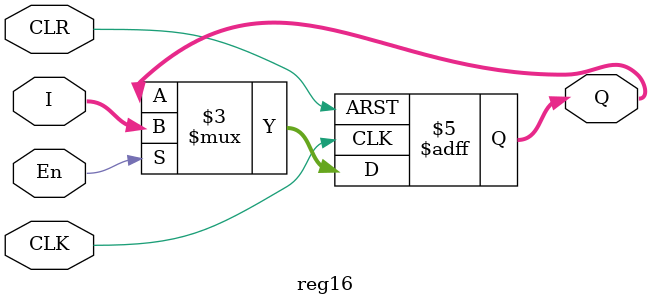
<source format=v>
`timescale 1ns / 1ps
module reg16(
		input [15:0] I,
        input En,CLK,CLR,
        output reg [15:0] Q
    );

    always @(posedge CLK or posedge CLR) begin
        if(CLR) Q <= 0;
        else if (En)begin
                Q <= I;
            end
        else Q<=Q;
    end


endmodule

</source>
